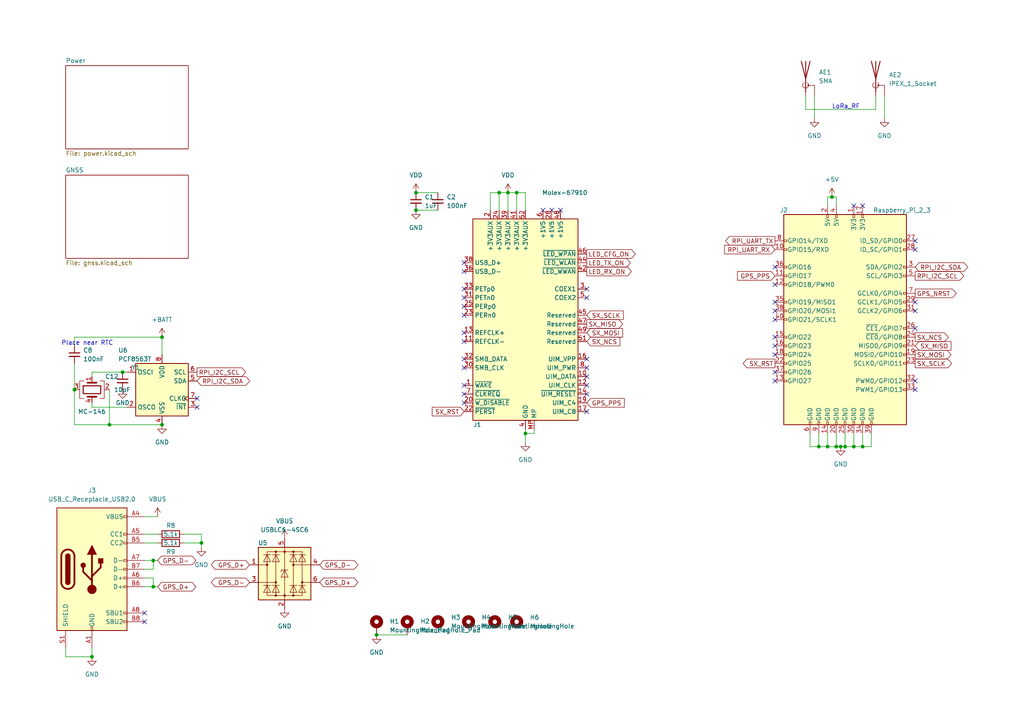
<source format=kicad_sch>
(kicad_sch (version 20230121) (generator eeschema)
  (paper "A4")
  (lib_symbols
    (symbol "Connector:Bus_PCI_Express_Mini"
      (property "Reference" "J" (at -16.51 31.75 0))
      (property "Value" "Bus_PCI_Express_Mini" (at 22.86 31.75 0))
      (symbol "Bus_PCI_Express_Mini_0_1"
        (rectangle (start -15.24 30.48) (end 15.24 -27.94) (stroke (width 0.254)) (fill (type background)))
      )
      (symbol "Bus_PCI_Express_Mini_1_1"
        (pin open_collector line (at -17.78 -17.78 0) (length 2.54) (name "~{WAKE}") (number "1"))
        (pin bidirectional line (at 17.78 -15.24 180) (length 2.54) (name "UIM_DATA") (number "10"))
        (pin input line (at -17.78 -5.08 0) (length 2.54) (name "REFCLK-") (number "11"))
        (pin output line (at 17.78 -17.78 180) (length 2.54) (name "UIM_CLK") (number "12"))
        (pin input line (at -17.78 -2.54 0) (length 2.54) (name "REFCLK+") (number "13"))
        (pin output line (at 17.78 -20.32 180) (length 2.54) (name "~{UIM_RESET}") (number "14"))
        (pin passive line (at 0 -30.48 90) (length 2.54) hide (name "GND") (number "15"))
        (pin power_out line (at 17.78 -10.16 180) (length 2.54) (name "UIM_VPP") (number "16"))
        (pin passive line (at 17.78 -25.4 180) (length 2.54) (name "UIM_C8") (number "17"))
        (pin passive line (at 0 -30.48 90) (length 2.54) hide (name "GND") (number "18"))
        (pin passive line (at 17.78 -22.86 180) (length 2.54) (name "UIM_C4") (number "19"))
        (pin power_in line (at -10.16 33.02 270) (length 2.54) (name "+3V3AUX") (number "2"))
        (pin input line (at -17.78 -22.86 0) (length 2.54) (name "~{W_DISABLE}") (number "20"))
        (pin passive line (at 0 -30.48 90) (length 2.54) hide (name "GND") (number "21"))
        (pin input line (at -17.78 -25.4 0) (length 2.54) (name "~{PERST}") (number "22"))
        (pin output line (at -17.78 2.54 0) (length 2.54) (name "PERn0") (number "23"))
        (pin power_in line (at -7.62 33.02 270) (length 2.54) (name "+3V3AUX") (number "24"))
        (pin output line (at -17.78 5.08 0) (length 2.54) (name "PERp0") (number "25"))
        (pin passive line (at 0 -30.48 90) (length 2.54) hide (name "GND") (number "26"))
        (pin passive line (at 0 -30.48 90) (length 2.54) hide (name "GND") (number "27"))
        (pin power_in line (at 7.62 33.02 270) (length 2.54) (name "+1V5") (number "28"))
        (pin passive line (at 0 -30.48 90) (length 2.54) hide (name "GND") (number "29"))
        (pin passive line (at 17.78 10.16 180) (length 2.54) (name "COEX1") (number "3"))
        (pin input line (at -17.78 -12.7 0) (length 2.54) (name "SMB_CLK") (number "30"))
        (pin input line (at -17.78 7.62 0) (length 2.54) (name "PETn0") (number "31"))
        (pin bidirectional line (at -17.78 -10.16 0) (length 2.54) (name "SMB_DATA") (number "32"))
        (pin input line (at -17.78 10.16 0) (length 2.54) (name "PETp0") (number "33"))
        (pin passive line (at 0 -30.48 90) (length 2.54) hide (name "GND") (number "34"))
        (pin passive line (at 0 -30.48 90) (length 2.54) hide (name "GND") (number "35"))
        (pin bidirectional line (at -17.78 15.24 0) (length 2.54) (name "USB_D-") (number "36"))
        (pin passive line (at 0 -30.48 90) (length 2.54) hide (name "GND") (number "37"))
        (pin bidirectional line (at -17.78 17.78 0) (length 2.54) (name "USB_D+") (number "38"))
        (pin power_in line (at -5.08 33.02 270) (length 2.54) (name "+3V3AUX") (number "39"))
        (pin power_in line (at 0 -30.48 90) (length 2.54) (name "GND") (number "4"))
        (pin passive line (at 0 -30.48 90) (length 2.54) hide (name "GND") (number "40"))
        (pin power_in line (at -2.54 33.02 270) (length 2.54) (name "+3V3AUX") (number "41"))
        (pin open_collector line (at 17.78 15.24 180) (length 2.54) (name "~{LED_WWAN}") (number "42"))
        (pin passive line (at 0 -30.48 90) (length 2.54) hide (name "GND") (number "43"))
        (pin open_collector line (at 17.78 17.78 180) (length 2.54) (name "~{LED_WLAN}") (number "44"))
        (pin passive line (at 17.78 2.54 180) (length 2.54) (name "Reserved") (number "45"))
        (pin open_collector line (at 17.78 20.32 180) (length 2.54) (name "~{LED_WPAN}") (number "46"))
        (pin passive line (at 17.78 0 180) (length 2.54) (name "Reserved") (number "47"))
        (pin power_in line (at 10.16 33.02 270) (length 2.54) (name "+1V5") (number "48"))
        (pin passive line (at 17.78 -2.54 180) (length 2.54) (name "Reserved") (number "49"))
        (pin passive line (at 17.78 7.62 180) (length 2.54) (name "COEX2") (number "5"))
        (pin passive line (at 0 -30.48 90) (length 2.54) hide (name "GND") (number "50"))
        (pin passive line (at 17.78 -5.08 180) (length 2.54) (name "Reserved") (number "51"))
        (pin power_in line (at 0 33.02 270) (length 2.54) (name "+3V3AUX") (number "52"))
        (pin power_in line (at 5.08 33.02 270) (length 2.54) (name "+1V5") (number "6"))
        (pin open_collector line (at -17.78 -20.32 0) (length 2.54) (name "~{CLKREQ}") (number "7"))
        (pin power_out line (at 17.78 -12.7 180) (length 2.54) (name "UIM_PWR") (number "8"))
        (pin passive line (at 0 -30.48 90) (length 2.54) hide (name "GND") (number "9"))
        (pin passive line (at 2.54 -30.48 90) (length 2.54) (name "MP") (number "MP"))
      )
    )
    (symbol "Connector:Raspberry_Pi_2_3" (pin_names (offset 1.016))
      (property "Reference" "J" (at -17.78 31.75 0))
      (property "Value" "Raspberry_Pi_2_3" (at 10.16 -31.75 0))
      (symbol "Raspberry_Pi_2_3_0_1"
        (rectangle (start -17.78 30.48) (end 17.78 -30.48) (stroke (width 0.254)) (fill (type background)))
      )
      (symbol "Raspberry_Pi_2_3_1_1"
        (rectangle (start -16.891 -17.526) (end -17.78 -18.034))
        (rectangle (start -16.891 -14.986) (end -17.78 -15.494))
        (rectangle (start -16.891 -12.446) (end -17.78 -12.954))
        (rectangle (start -16.891 -9.906) (end -17.78 -10.414))
        (rectangle (start -16.891 -7.366) (end -17.78 -7.874))
        (rectangle (start -16.891 -4.826) (end -17.78 -5.334))
        (rectangle (start -16.891 0.254) (end -17.78 -0.254))
        (rectangle (start -16.891 2.794) (end -17.78 2.286))
        (rectangle (start -16.891 5.334) (end -17.78 4.826))
        (rectangle (start -16.891 10.414) (end -17.78 9.906))
        (rectangle (start -16.891 12.954) (end -17.78 12.446))
        (rectangle (start -16.891 15.494) (end -17.78 14.986))
        (rectangle (start -16.891 20.574) (end -17.78 20.066))
        (rectangle (start -16.891 23.114) (end -17.78 22.606))
        (rectangle (start -10.414 -29.591) (end -9.906 -30.48))
        (rectangle (start -7.874 -29.591) (end -7.366 -30.48))
        (rectangle (start -5.334 -29.591) (end -4.826 -30.48))
        (rectangle (start -5.334 30.48) (end -4.826 29.591))
        (rectangle (start -2.794 -29.591) (end -2.286 -30.48))
        (rectangle (start -2.794 30.48) (end -2.286 29.591))
        (rectangle (start -0.254 -29.591) (end 0.254 -30.48))
        (rectangle (start 2.286 -29.591) (end 2.794 -30.48))
        (rectangle (start 2.286 30.48) (end 2.794 29.591))
        (rectangle (start 4.826 -29.591) (end 5.334 -30.48))
        (rectangle (start 4.826 30.48) (end 5.334 29.591))
        (rectangle (start 7.366 -29.591) (end 7.874 -30.48))
        (rectangle (start 17.78 -20.066) (end 16.891 -20.574))
        (rectangle (start 17.78 -17.526) (end 16.891 -18.034))
        (rectangle (start 17.78 -12.446) (end 16.891 -12.954))
        (rectangle (start 17.78 -9.906) (end 16.891 -10.414))
        (rectangle (start 17.78 -7.366) (end 16.891 -7.874))
        (rectangle (start 17.78 -4.826) (end 16.891 -5.334))
        (rectangle (start 17.78 -2.286) (end 16.891 -2.794))
        (rectangle (start 17.78 2.794) (end 16.891 2.286))
        (rectangle (start 17.78 5.334) (end 16.891 4.826))
        (rectangle (start 17.78 7.874) (end 16.891 7.366))
        (rectangle (start 17.78 12.954) (end 16.891 12.446))
        (rectangle (start 17.78 15.494) (end 16.891 14.986))
        (rectangle (start 17.78 20.574) (end 16.891 20.066))
        (rectangle (start 17.78 23.114) (end 16.891 22.606))
        (pin power_in line (at 2.54 33.02 270) (length 2.54) (name "3V3") (number "1"))
        (pin bidirectional line (at -20.32 20.32 0) (length 2.54) (name "GPIO15/RXD") (number "10"))
        (pin bidirectional line (at -20.32 12.7 0) (length 2.54) (name "GPIO17") (number "11"))
        (pin bidirectional line (at -20.32 10.16 0) (length 2.54) (name "GPIO18/PWM0") (number "12"))
        (pin bidirectional line (at -20.32 -17.78 0) (length 2.54) (name "GPIO27") (number "13"))
        (pin power_in line (at -5.08 -33.02 90) (length 2.54) (name "GND") (number "14"))
        (pin bidirectional line (at -20.32 -5.08 0) (length 2.54) (name "GPIO22") (number "15"))
        (pin bidirectional line (at -20.32 -7.62 0) (length 2.54) (name "GPIO23") (number "16"))
        (pin power_in line (at 5.08 33.02 270) (length 2.54) (name "3V3") (number "17"))
        (pin bidirectional line (at -20.32 -10.16 0) (length 2.54) (name "GPIO24") (number "18"))
        (pin bidirectional line (at 20.32 -10.16 180) (length 2.54) (name "MOSI0/GPIO10") (number "19"))
        (pin power_in line (at -5.08 33.02 270) (length 2.54) (name "5V") (number "2"))
        (pin power_in line (at -2.54 -33.02 90) (length 2.54) (name "GND") (number "20"))
        (pin bidirectional line (at 20.32 -7.62 180) (length 2.54) (name "MISO0/GPIO9") (number "21"))
        (pin bidirectional line (at -20.32 -12.7 0) (length 2.54) (name "GPIO25") (number "22"))
        (pin bidirectional line (at 20.32 -12.7 180) (length 2.54) (name "SCLK0/GPIO11") (number "23"))
        (pin bidirectional line (at 20.32 -5.08 180) (length 2.54) (name "~{CE0}/GPIO8") (number "24"))
        (pin power_in line (at 0 -33.02 90) (length 2.54) (name "GND") (number "25"))
        (pin bidirectional line (at 20.32 -2.54 180) (length 2.54) (name "~{CE1}/GPIO7") (number "26"))
        (pin bidirectional line (at 20.32 22.86 180) (length 2.54) (name "ID_SD/GPIO0") (number "27"))
        (pin bidirectional line (at 20.32 20.32 180) (length 2.54) (name "ID_SC/GPIO1") (number "28"))
        (pin bidirectional line (at 20.32 5.08 180) (length 2.54) (name "GCLK1/GPIO5") (number "29"))
        (pin bidirectional line (at 20.32 15.24 180) (length 2.54) (name "SDA/GPIO2") (number "3"))
        (pin power_in line (at 2.54 -33.02 90) (length 2.54) (name "GND") (number "30"))
        (pin bidirectional line (at 20.32 2.54 180) (length 2.54) (name "GCLK2/GPIO6") (number "31"))
        (pin bidirectional line (at 20.32 -17.78 180) (length 2.54) (name "PWM0/GPIO12") (number "32"))
        (pin bidirectional line (at 20.32 -20.32 180) (length 2.54) (name "PWM1/GPIO13") (number "33"))
        (pin power_in line (at 5.08 -33.02 90) (length 2.54) (name "GND") (number "34"))
        (pin bidirectional line (at -20.32 5.08 0) (length 2.54) (name "GPIO19/MISO1") (number "35"))
        (pin bidirectional line (at -20.32 15.24 0) (length 2.54) (name "GPIO16") (number "36"))
        (pin bidirectional line (at -20.32 -15.24 0) (length 2.54) (name "GPIO26") (number "37"))
        (pin bidirectional line (at -20.32 2.54 0) (length 2.54) (name "GPIO20/MOSI1") (number "38"))
        (pin power_in line (at 7.62 -33.02 90) (length 2.54) (name "GND") (number "39"))
        (pin power_in line (at -2.54 33.02 270) (length 2.54) (name "5V") (number "4"))
        (pin bidirectional line (at -20.32 0 0) (length 2.54) (name "GPIO21/SCLK1") (number "40"))
        (pin bidirectional line (at 20.32 12.7 180) (length 2.54) (name "SCL/GPIO3") (number "5"))
        (pin power_in line (at -10.16 -33.02 90) (length 2.54) (name "GND") (number "6"))
        (pin bidirectional line (at 20.32 7.62 180) (length 2.54) (name "GCLK0/GPIO4") (number "7"))
        (pin bidirectional line (at -20.32 22.86 0) (length 2.54) (name "GPIO14/TXD") (number "8"))
        (pin power_in line (at -7.62 -33.02 90) (length 2.54) (name "GND") (number "9"))
      )
    )
    (symbol "Connector:USB_C_Receptacle_USB2.0" (pin_names (offset 1.016))
      (property "Reference" "J" (at -10.16 19.05 0))
      (property "Value" "USB_C_Receptacle_USB2.0" (at 19.05 19.05 0))
      (symbol "USB_C_Receptacle_USB2.0_0_0"
        (rectangle (start -0.254 -17.78) (end 0.254 -16.764))
        (rectangle (start 10.16 -14.986) (end 9.144 -15.494))
        (rectangle (start 10.16 -12.446) (end 9.144 -12.954))
        (rectangle (start 10.16 -4.826) (end 9.144 -5.334))
        (rectangle (start 10.16 -2.286) (end 9.144 -2.794))
        (rectangle (start 10.16 0.254) (end 9.144 -0.254))
        (rectangle (start 10.16 2.794) (end 9.144 2.286))
        (rectangle (start 10.16 7.874) (end 9.144 7.366))
        (rectangle (start 10.16 10.414) (end 9.144 9.906))
        (rectangle (start 10.16 15.494) (end 9.144 14.986))
      )
      (symbol "USB_C_Receptacle_USB2.0_0_1"
        (rectangle (start -10.16 17.78) (end 10.16 -17.78) (stroke (width 0.254)) (fill (type background)))
        (arc (start -8.89 -3.81) (mid -6.985 -5.7067) (end -5.08 -3.81) (stroke (width 0.508)))
        (arc (start -7.62 -3.81) (mid -6.985 -4.4423) (end -6.35 -3.81) (stroke (width 0.254)))
        (arc (start -7.62 -3.81) (mid -6.985 -4.4423) (end -6.35 -3.81) (stroke (width 0.254)) (fill (type outline)))
        (rectangle (start -7.62 -3.81) (end -6.35 3.81) (stroke (width 0.254)) (fill (type outline)))
        (arc (start -6.35 3.81) (mid -6.985 4.4423) (end -7.62 3.81) (stroke (width 0.254)))
        (arc (start -6.35 3.81) (mid -6.985 4.4423) (end -7.62 3.81) (stroke (width 0.254)) (fill (type outline)))
        (arc (start -5.08 3.81) (mid -6.985 5.7067) (end -8.89 3.81) (stroke (width 0.508)))
        (circle (center -2.54 1.143) (radius 0.635) (stroke (width 0.254)) (fill (type outline)))
        (circle (center 0 -5.842) (radius 1.27) (fill (type outline)))
        (polyline (pts (xy -8.89 -3.81) (xy -8.89 3.81)) (stroke (width 0.508)))
        (polyline (pts (xy -5.08 3.81) (xy -5.08 -3.81)) (stroke (width 0.508)))
        (polyline (pts (xy 0 -5.842) (xy 0 4.318)) (stroke (width 0.508)))
        (polyline (pts (xy 0 -3.302) (xy -2.54 -0.762) (xy -2.54 0.508)) (stroke (width 0.508)))
        (polyline (pts (xy 0 -2.032) (xy 2.54 0.508) (xy 2.54 1.778)) (stroke (width 0.508)))
        (polyline (pts (xy -1.27 4.318) (xy 0 6.858) (xy 1.27 4.318) (xy -1.27 4.318)) (stroke (width 0.254)) (fill (type outline)))
        (rectangle (start 1.905 1.778) (end 3.175 3.048) (stroke (width 0.254)) (fill (type outline)))
      )
      (symbol "USB_C_Receptacle_USB2.0_1_1"
        (pin passive line (at 0 -22.86 90) (length 5.08) (name "GND") (number "A1"))
        (pin passive line (at 0 -22.86 90) (length 5.08) hide (name "GND") (number "A12"))
        (pin passive line (at 15.24 15.24 180) (length 5.08) (name "VBUS") (number "A4"))
        (pin bidirectional line (at 15.24 10.16 180) (length 5.08) (name "CC1") (number "A5"))
        (pin bidirectional line (at 15.24 -2.54 180) (length 5.08) (name "D+") (number "A6"))
        (pin bidirectional line (at 15.24 2.54 180) (length 5.08) (name "D-") (number "A7"))
        (pin bidirectional line (at 15.24 -12.7 180) (length 5.08) (name "SBU1") (number "A8"))
        (pin passive line (at 15.24 15.24 180) (length 5.08) hide (name "VBUS") (number "A9"))
        (pin passive line (at 0 -22.86 90) (length 5.08) hide (name "GND") (number "B1"))
        (pin passive line (at 0 -22.86 90) (length 5.08) hide (name "GND") (number "B12"))
        (pin passive line (at 15.24 15.24 180) (length 5.08) hide (name "VBUS") (number "B4"))
        (pin bidirectional line (at 15.24 7.62 180) (length 5.08) (name "CC2") (number "B5"))
        (pin bidirectional line (at 15.24 -5.08 180) (length 5.08) (name "D+") (number "B6"))
        (pin bidirectional line (at 15.24 0 180) (length 5.08) (name "D-") (number "B7"))
        (pin bidirectional line (at 15.24 -15.24 180) (length 5.08) (name "SBU2") (number "B8"))
        (pin passive line (at 15.24 15.24 180) (length 5.08) hide (name "VBUS") (number "B9"))
        (pin passive line (at -7.62 -22.86 90) (length 5.08) (name "SHIELD") (number "S1"))
      )
    )
    (symbol "Device:Antenna_Shield" (pin_numbers hide) (pin_names (offset 1.016) hide)
      (property "Reference" "AE" (at -1.905 4.445 0))
      (property "Value" "Antenna_Shield" (at -1.905 2.54 0))
      (symbol "Antenna_Shield_0_1"
        (arc (start -0.508 -1.143) (mid -0.8429 -2.1194) (end 0 -2.667))
        (arc (start 0 -2.667) (mid 0.7989 -2.1052) (end 0.508 -1.143))
        (polyline (pts (xy 0 -2.54) (xy 0 0)))
        (polyline (pts (xy 0 5.08) (xy 0 -3.81)) (stroke (width 0.254)))
        (polyline (pts (xy 0.762 -1.905) (xy 2.54 -1.905)))
        (polyline (pts (xy 2.54 -2.54) (xy 2.54 -1.905)))
        (polyline (pts (xy 1.27 5.08) (xy 0 0) (xy -1.27 5.08)) (stroke (width 0.254)))
        (circle (center 0.762 -1.905) (radius 0.1778) (fill (type outline)))
      )
      (symbol "Antenna_Shield_1_1"
        (pin input line (at 0 -5.08 90) (length 2.54) (name "A") (number "1"))
        (pin input line (at 2.54 -5.08 90) (length 2.54) (name "Shield") (number "2"))
      )
    )
    (symbol "Device:C_Small" (pin_numbers hide) (pin_names (offset 0.254) hide)
      (property "Reference" "C" (at 0.254 1.778 0))
      (property "Value" "C_Small" (at 0.254 -2.032 0))
      (symbol "C_Small_0_1"
        (polyline (pts (xy -1.524 -0.508) (xy 1.524 -0.508)) (stroke (width 0.3302)))
        (polyline (pts (xy -1.524 0.508) (xy 1.524 0.508)) (stroke (width 0.3048)))
      )
      (symbol "C_Small_1_1"
        (pin passive line (at 0 2.54 270) (length 2.032) (name "~") (number "1"))
        (pin passive line (at 0 -2.54 90) (length 2.032) (name "~") (number "2"))
      )
    )
    (symbol "Device:Crystal_GND23" (pin_names (offset 1.016) hide)
      (property "Reference" "Y" (at 3.175 5.08 0))
      (property "Value" "Crystal_GND23" (at 3.175 3.175 0))
      (symbol "Crystal_GND23_0_1"
        (rectangle (start -1.143 2.54) (end 1.143 -2.54) (stroke (width 0.3048)))
        (polyline (pts (xy -2.54 0) (xy -2.032 0)))
        (polyline (pts (xy -2.032 -1.27) (xy -2.032 1.27)) (stroke (width 0.508)))
        (polyline (pts (xy 0 -3.81) (xy 0 -3.556)))
        (polyline (pts (xy 0 3.556) (xy 0 3.81)))
        (polyline (pts (xy 2.032 -1.27) (xy 2.032 1.27)) (stroke (width 0.508)))
        (polyline (pts (xy 2.032 0) (xy 2.54 0)))
        (polyline (pts (xy -2.54 -2.286) (xy -2.54 -3.556) (xy 2.54 -3.556) (xy 2.54 -2.286)))
        (polyline (pts (xy -2.54 2.286) (xy -2.54 3.556) (xy 2.54 3.556) (xy 2.54 2.286)))
      )
      (symbol "Crystal_GND23_1_1"
        (pin passive line (at -3.81 0 0) (length 1.27) (name "1") (number "1"))
        (pin passive line (at 0 5.08 270) (length 1.27) (name "2") (number "2"))
        (pin passive line (at 0 -5.08 90) (length 1.27) (name "3") (number "3"))
        (pin passive line (at 3.81 0 180) (length 1.27) (name "4") (number "4"))
      )
    )
    (symbol "Device:R" (pin_numbers hide) (pin_names (offset 0))
      (property "Reference" "R" (at 2.032 0 90))
      (property "Value" "R" (at 0 0 90))
      (symbol "R_0_1"
        (rectangle (start -1.016 -2.54) (end 1.016 2.54) (stroke (width 0.254)))
      )
      (symbol "R_1_1"
        (pin passive line (at 0 3.81 270) (length 1.27) (name "~") (number "1"))
        (pin passive line (at 0 -3.81 90) (length 1.27) (name "~") (number "2"))
      )
    )
    (symbol "Mechanical:MountingHole" (pin_names (offset 1.016))
      (property "Reference" "H" (at 0 5.08 0))
      (property "Value" "MountingHole" (at 0 3.175 0))
      (symbol "MountingHole_0_1"
        (circle (center 0 0) (radius 1.27) (stroke (width 1.27)))
      )
    )
    (symbol "Mechanical:MountingHole_Pad" (pin_numbers hide) (pin_names (offset 1.016) hide)
      (property "Reference" "H" (at 0 6.35 0))
      (property "Value" "MountingHole_Pad" (at 0 4.445 0))
      (symbol "MountingHole_Pad_0_1"
        (circle (center 0 1.27) (radius 1.27) (stroke (width 1.27)))
      )
      (symbol "MountingHole_Pad_1_1"
        (pin input line (at 0 -2.54 90) (length 2.54) (name "1") (number "1"))
      )
    )
    (symbol "Power_Protection:USBLC6-4SC6" (pin_names hide)
      (property "Reference" "U" (at 2.54 8.89 0))
      (property "Value" "USBLC6-4SC6" (at 2.54 -8.89 0))
      (symbol "USBLC6-4SC6_0_1"
        (rectangle (start -7.62 -7.62) (end 7.62 7.62) (stroke (width 0.254)) (fill (type background)))
        (circle (center -5.08 2.54) (radius 0.254) (fill (type outline)))
        (circle (center -2.54 -6.35) (radius 0.254) (fill (type outline)))
        (circle (center -2.54 -2.54) (radius 0.254) (fill (type outline)))
        (circle (center -2.54 6.35) (radius 0.254) (fill (type outline)))
        (rectangle (start -2.54 6.35) (end 2.54 -6.35))
        (circle (center 0 -6.35) (radius 0.254) (fill (type outline)))
        (polyline (pts (xy -5.08 2.54) (xy -7.62 2.54)))
        (polyline (pts (xy -4.064 -3.429) (xy -6.096 -3.429)))
        (polyline (pts (xy -4.064 5.461) (xy -6.096 5.461)))
        (polyline (pts (xy -2.54 -2.54) (xy -7.62 -2.54)))
        (polyline (pts (xy -1.524 -3.429) (xy -3.556 -3.429)))
        (polyline (pts (xy -1.524 5.461) (xy -3.556 5.461)))
        (polyline (pts (xy 0 -7.62) (xy 0 -6.35)))
        (polyline (pts (xy 0 -6.35) (xy 0 1.27)))
        (polyline (pts (xy 0 1.27) (xy 0 6.35)))
        (polyline (pts (xy 0 6.35) (xy 0 7.62)))
        (polyline (pts (xy 1.524 -3.429) (xy 3.556 -3.429)))
        (polyline (pts (xy 1.524 5.461) (xy 3.556 5.461)))
        (polyline (pts (xy 2.54 2.54) (xy 7.62 2.54)))
        (polyline (pts (xy 4.064 -3.429) (xy 6.096 -3.429)))
        (polyline (pts (xy 4.064 5.461) (xy 6.096 5.461)))
        (polyline (pts (xy 5.08 -2.54) (xy 7.62 -2.54)))
        (polyline (pts (xy -6.096 -5.461) (xy -4.064 -5.461) (xy -5.08 -3.429) (xy -6.096 -5.461)))
        (polyline (pts (xy -6.096 3.429) (xy -4.064 3.429) (xy -5.08 5.461) (xy -6.096 3.429)))
        (polyline (pts (xy -3.556 -5.461) (xy -1.524 -5.461) (xy -2.54 -3.429) (xy -3.556 -5.461)))
        (polyline (pts (xy -3.556 3.429) (xy -1.524 3.429) (xy -2.54 5.461) (xy -3.556 3.429)))
        (polyline (pts (xy -2.54 6.35) (xy -5.08 6.35) (xy -5.08 -6.35) (xy -2.54 -6.35)))
        (polyline (pts (xy -1.016 -1.016) (xy 1.016 -1.016) (xy 0 1.016) (xy -1.016 -1.016)))
        (polyline (pts (xy 1.016 1.016) (xy 0.762 1.016) (xy -1.016 1.016) (xy -1.016 0.508)))
        (polyline (pts (xy 2.54 6.35) (xy 5.08 6.35) (xy 5.08 -6.35) (xy 2.54 -6.35)))
        (polyline (pts (xy 3.556 -5.461) (xy 1.524 -5.461) (xy 2.54 -3.429) (xy 3.556 -5.461)))
        (polyline (pts (xy 3.556 3.429) (xy 1.524 3.429) (xy 2.54 5.461) (xy 3.556 3.429)))
        (polyline (pts (xy 6.096 -5.461) (xy 4.064 -5.461) (xy 5.08 -3.429) (xy 6.096 -5.461)))
        (polyline (pts (xy 6.096 3.429) (xy 4.064 3.429) (xy 5.08 5.461) (xy 6.096 3.429)))
        (circle (center 0 6.35) (radius 0.254) (fill (type outline)))
        (circle (center 2.54 -6.35) (radius 0.254) (fill (type outline)))
        (circle (center 2.54 2.54) (radius 0.254) (fill (type outline)))
        (circle (center 2.54 6.35) (radius 0.254) (fill (type outline)))
        (circle (center 5.08 -2.54) (radius 0.254) (fill (type outline)))
      )
      (symbol "USBLC6-4SC6_1_1"
        (pin passive line (at -10.16 2.54 0) (length 2.54) (name "I/O1") (number "1"))
        (pin passive line (at 0 -10.16 90) (length 2.54) (name "GND") (number "2"))
        (pin passive line (at -10.16 -2.54 0) (length 2.54) (name "I/O2") (number "3"))
        (pin passive line (at 10.16 2.54 180) (length 2.54) (name "I/O3") (number "4"))
        (pin passive line (at 0 10.16 270) (length 2.54) (name "VBUS") (number "5"))
        (pin passive line (at 10.16 -2.54 180) (length 2.54) (name "I/O4") (number "6"))
      )
    )
    (symbol "Timer_RTC:PCF8563T"
      (property "Reference" "U" (at -7.62 8.89 0))
      (property "Value" "PCF8563T" (at 2.54 8.89 0))
      (symbol "PCF8563T_0_1"
        (rectangle (start -7.62 7.62) (end 7.62 -7.62) (stroke (width 0.254)) (fill (type background)))
      )
      (symbol "PCF8563T_1_1"
        (pin input line (at -10.16 5.08 0) (length 2.54) (name "OSCI") (number "1"))
        (pin output line (at -10.16 -5.08 0) (length 2.54) (name "OSCO") (number "2"))
        (pin output line (at 10.16 -5.08 180) (length 2.54) (name "~{INT}") (number "3"))
        (pin power_in line (at 0 -10.16 90) (length 2.54) (name "VSS") (number "4"))
        (pin bidirectional line (at 10.16 2.54 180) (length 2.54) (name "SDA") (number "5"))
        (pin input line (at 10.16 5.08 180) (length 2.54) (name "SCL") (number "6"))
        (pin output clock (at 10.16 -2.54 180) (length 2.54) (name "CLKO") (number "7"))
        (pin power_in line (at 0 10.16 270) (length 2.54) (name "VDD") (number "8"))
      )
    )
    (symbol "power:+5V" (power) (pin_names (offset 0))
      (property "Value" "+5V" (at 0 3.556 0))
      (symbol "+5V_0_1"
        (polyline (pts (xy -0.762 1.27) (xy 0 2.54)))
        (polyline (pts (xy 0 0) (xy 0 2.54)))
        (polyline (pts (xy 0 2.54) (xy 0.762 1.27)))
      )
      (symbol "+5V_1_1"
        (pin power_in line (at 0 0 90) (length 0) hide (name "+5V") (number "1"))
      )
    )
    (symbol "power:+BATT" (power) (pin_names (offset 0))
      (property "Value" "+BATT" (at 0 3.556 0))
      (symbol "+BATT_0_1"
        (polyline (pts (xy -0.762 1.27) (xy 0 2.54)))
        (polyline (pts (xy 0 0) (xy 0 2.54)))
        (polyline (pts (xy 0 2.54) (xy 0.762 1.27)))
      )
      (symbol "+BATT_1_1"
        (pin power_in line (at 0 0 90) (length 0) hide (name "+BATT") (number "1"))
      )
    )
    (symbol "power:GND" (power) (pin_names (offset 0))
      (property "Value" "GND" (at 0 -3.81 0))
      (symbol "GND_0_1"
        (polyline (pts (xy 0 0) (xy 0 -1.27) (xy 1.27 -1.27) (xy 0 -2.54) (xy -1.27 -1.27) (xy 0 -1.27)))
      )
      (symbol "GND_1_1"
        (pin power_in line (at 0 0 270) (length 0) hide (name "GND") (number "1"))
      )
    )
    (symbol "power:VBUS" (power) (pin_names (offset 0))
      (property "Value" "VBUS" (at 0 3.81 0))
      (symbol "VBUS_0_1"
        (polyline (pts (xy -0.762 1.27) (xy 0 2.54)))
        (polyline (pts (xy 0 0) (xy 0 2.54)))
        (polyline (pts (xy 0 2.54) (xy 0.762 1.27)))
      )
      (symbol "VBUS_1_1"
        (pin power_in line (at 0 0 90) (length 0) hide (name "VBUS") (number "1"))
      )
    )
    (symbol "power:VDD" (power) (pin_names (offset 0))
      (property "Value" "VDD" (at 0 3.81 0))
      (symbol "VDD_0_1"
        (polyline (pts (xy -0.762 1.27) (xy 0 2.54)))
        (polyline (pts (xy 0 0) (xy 0 2.54)))
        (polyline (pts (xy 0 2.54) (xy 0.762 1.27)))
      )
      (symbol "VDD_1_1"
        (pin power_in line (at 0 0 90) (length 0) hide (name "VDD") (number "1"))
      )
    )
  )
  (junction (at 120.65 55.88) (diameter 0.9144))
  (junction (at 21.59 113.03))
  (junction (at 46.99 97.79))
  (junction (at 44.45 162.56))
  (junction (at 44.45 170.18))
  (junction (at 31.75 123.19))
  (junction (at 242.57 129.54) (diameter 0.9144))
  (junction (at 245.11 129.54) (diameter 0.9144))
  (junction (at 243.84 129.54) (diameter 0.9144))
  (junction (at 46.99 123.19))
  (junction (at 237.49 129.54) (diameter 0.9144))
  (junction (at 240.03 129.54) (diameter 0.9144))
  (junction (at 241.3 57.15) (diameter 0.9144))
  (junction (at 26.67 190.5))
  (junction (at 152.4 125.73) (diameter 0.9144))
  (junction (at 147.32 55.88) (diameter 0.9144))
  (junction (at 250.19 129.54) (diameter 0.9144))
  (junction (at 120.65 60.96) (diameter 0.9144))
  (junction (at 58.42 157.48))
  (junction (at 109.22 184.15) (diameter 0.9144))
  (junction (at 144.78 55.88) (diameter 0.9144))
  (junction (at 35.56 107.95))
  (junction (at 247.65 129.54) (diameter 0.9144))
  (junction (at 149.86 55.88) (diameter 0.9144))
  (no_connect (at 265.43 69.85))
  (no_connect (at 224.79 107.95))
  (no_connect (at 170.18 83.82))
  (no_connect (at 170.18 86.36))
  (no_connect (at 224.79 97.79))
  (no_connect (at 265.43 110.49))
  (no_connect (at 265.43 90.17))
  (no_connect (at 265.43 72.39))
  (no_connect (at 224.79 90.17))
  (no_connect (at 224.79 77.47))
  (no_connect (at 247.65 59.69))
  (no_connect (at 250.19 59.69))
  (no_connect (at 41.91 177.8))
  (no_connect (at 224.79 110.49))
  (no_connect (at 57.15 115.57))
  (no_connect (at 224.79 92.71))
  (no_connect (at 265.43 87.63))
  (no_connect (at 224.79 100.33))
  (no_connect (at 134.62 96.52))
  (no_connect (at 134.62 99.06))
  (no_connect (at 224.79 82.55))
  (no_connect (at 265.43 95.25))
  (no_connect (at -307.34 81.28))
  (no_connect (at 224.79 87.63))
  (no_connect (at 57.15 118.11))
  (no_connect (at 134.62 76.2))
  (no_connect (at 134.62 78.74))
  (no_connect (at 134.62 83.82))
  (no_connect (at 134.62 86.36))
  (no_connect (at 134.62 88.9))
  (no_connect (at 134.62 91.44))
  (no_connect (at 134.62 104.14))
  (no_connect (at 134.62 106.68))
  (no_connect (at 134.62 111.76))
  (no_connect (at 134.62 114.3))
  (no_connect (at 134.62 116.84))
  (no_connect (at 170.18 104.14))
  (no_connect (at 170.18 106.68))
  (no_connect (at 170.18 109.22))
  (no_connect (at 170.18 111.76))
  (no_connect (at 170.18 114.3))
  (no_connect (at 170.18 119.38))
  (no_connect (at 41.91 180.34))
  (no_connect (at 224.79 102.87))
  (no_connect (at 157.48 60.96))
  (no_connect (at 160.02 60.96))
  (no_connect (at 162.56 60.96))
  (no_connect (at 265.43 113.03))
  (wire (pts (xy 240.03 125.73) (xy 240.03 129.54)))
  (wire (pts (xy 242.57 57.15) (xy 241.3 57.15)))
  (wire (pts (xy 242.57 59.69) (xy 242.57 57.15)))
  (wire (pts (xy 41.91 162.56) (xy 44.45 162.56)))
  (wire (pts (xy 35.56 107.95) (xy 36.83 107.95)))
  (wire (pts (xy 53.34 154.94) (xy 58.42 154.94)))
  (wire (pts (xy 109.22 184.15) (xy 118.11 184.15)))
  (wire (pts (xy 120.65 55.88) (xy 127 55.88)))
  (wire (pts (xy 44.45 167.64) (xy 44.45 170.18)))
  (wire (pts (xy 144.78 55.88) (xy 144.78 60.96)))
  (wire (pts (xy 26.67 118.11) (xy 26.67 116.84)))
  (wire (pts (xy 237.49 125.73) (xy 237.49 129.54)))
  (wire (pts (xy 147.32 55.88) (xy 147.32 60.96)))
  (wire (pts (xy 242.57 125.73) (xy 242.57 129.54)))
  (wire (pts (xy 26.67 109.22) (xy 26.67 107.95)))
  (wire (pts (xy 41.91 149.86) (xy 45.72 149.86)))
  (wire (pts (xy 36.83 118.11) (xy 26.67 118.11)))
  (wire (pts (xy 31.75 113.03) (xy 31.75 123.19)))
  (wire (pts (xy 26.67 187.96) (xy 26.67 190.5)))
  (wire (pts (xy 21.59 113.03) (xy 21.59 123.19)))
  (wire (pts (xy 58.42 154.94) (xy 58.42 157.48)))
  (wire (pts (xy 234.95 125.73) (xy 234.95 129.54)))
  (wire (pts (xy 234.95 129.54) (xy 237.49 129.54)))
  (wire (pts (xy 237.49 129.54) (xy 240.03 129.54)))
  (wire (pts (xy 240.03 129.54) (xy 242.57 129.54)))
  (wire (pts (xy 242.57 129.54) (xy 243.84 129.54)))
  (wire (pts (xy 243.84 129.54) (xy 245.11 129.54)))
  (wire (pts (xy 245.11 129.54) (xy 247.65 129.54)))
  (wire (pts (xy 247.65 129.54) (xy 250.19 129.54)))
  (wire (pts (xy 250.19 129.54) (xy 252.73 129.54)))
  (wire (pts (xy 252.73 129.54) (xy 252.73 125.73)))
  (wire (pts (xy 120.65 60.96) (xy 127 60.96)))
  (wire (pts (xy 256.54 27.94) (xy 256.54 34.29)))
  (wire (pts (xy 21.59 123.19) (xy 31.75 123.19)))
  (wire (pts (xy 44.45 170.18) (xy 41.91 170.18)))
  (wire (pts (xy 152.4 55.88) (xy 149.86 55.88)))
  (wire (pts (xy 152.4 60.96) (xy 152.4 55.88)))
  (wire (pts (xy 41.91 154.94) (xy 45.72 154.94)))
  (wire (pts (xy 41.91 165.1) (xy 44.45 165.1)))
  (wire (pts (xy 26.67 107.95) (xy 35.56 107.95)))
  (wire (pts (xy 19.05 187.96) (xy 19.05 190.5)))
  (wire (pts (xy 46.99 97.79) (xy 46.99 102.87)))
  (wire (pts (xy 236.22 27.94) (xy 236.22 34.29)))
  (wire (pts (xy 53.34 157.48) (xy 58.42 157.48)))
  (wire (pts (xy 58.42 157.48) (xy 58.42 158.75)))
  (wire (pts (xy 44.45 165.1) (xy 44.45 162.56)))
  (wire (pts (xy 19.05 190.5) (xy 26.67 190.5)))
  (wire (pts (xy 149.86 55.88) (xy 147.32 55.88)))
  (wire (pts (xy 149.86 60.96) (xy 149.86 55.88)))
  (wire (pts (xy 44.45 170.18) (xy 45.72 170.18)))
  (wire (pts (xy 240.03 57.15) (xy 241.3 57.15)))
  (wire (pts (xy 240.03 59.69) (xy 240.03 57.15)))
  (wire (pts (xy 233.68 27.94) (xy 233.68 31.75)))
  (wire (pts (xy 233.68 31.75) (xy 254 31.75)))
  (wire (pts (xy 254 31.75) (xy 254 27.94)))
  (wire (pts (xy 152.4 124.46) (xy 152.4 125.73)))
  (wire (pts (xy 152.4 125.73) (xy 152.4 128.27)))
  (wire (pts (xy 21.59 97.79) (xy 46.99 97.79)))
  (wire (pts (xy 41.91 157.48) (xy 45.72 157.48)))
  (wire (pts (xy 21.59 105.41) (xy 21.59 113.03)))
  (wire (pts (xy 250.19 125.73) (xy 250.19 129.54)))
  (wire (pts (xy 245.11 125.73) (xy 245.11 129.54)))
  (wire (pts (xy 154.94 124.46) (xy 154.94 125.73)))
  (wire (pts (xy 154.94 125.73) (xy 152.4 125.73)))
  (wire (pts (xy 21.59 100.33) (xy 21.59 97.79)))
  (wire (pts (xy 44.45 162.56) (xy 45.72 162.56)))
  (wire (pts (xy 142.24 55.88) (xy 144.78 55.88)))
  (wire (pts (xy 142.24 60.96) (xy 142.24 55.88)))
  (wire (pts (xy 144.78 55.88) (xy 147.32 55.88)))
  (wire (pts (xy 41.91 167.64) (xy 44.45 167.64)))
  (wire (pts (xy 31.75 123.19) (xy 46.99 123.19)))
  (wire (pts (xy 247.65 125.73) (xy 247.65 129.54)))
  (text "Place near RTC" (at 17.78 100.33 0) (effects (font (size 1.27 1.27)) (justify left bottom)))
  (text "LoRa_RF" (at 241.3 31.75 0) (effects (font (size 1.27 1.27)) (justify left bottom)))
  (global_label "RPI_I2C_SDA" (shape bidirectional) (at 57.15 110.49 0) (property "Intersheetrefs" "${INTERSHEET_REFS}" (effects hide)))
  (global_label "SX_MOSI" (shape input) (at 170.18 96.52 0) (property "Intersheetrefs" "${INTERSHEET_REFS}" (effects hide)))
  (global_label "SX_RST" (shape input) (at 134.62 119.38 180) (property "Intersheetrefs" "${INTERSHEET_REFS}" (effects hide)))
  (global_label "SX_SCLK" (shape output) (at 265.43 105.41 0) (property "Intersheetrefs" "${INTERSHEET_REFS}" (effects hide)))
  (global_label "SX_MOSI" (shape output) (at 265.43 102.87 0) (property "Intersheetrefs" "${INTERSHEET_REFS}" (effects hide)))
  (global_label "GPS_D-" (shape bidirectional) (at 92.71 163.83 0) (property "Intersheetrefs" "${INTERSHEET_REFS}" (effects hide)))
  (global_label "LED_TX_ON" (shape output) (at 170.18 76.2 0) (property "Intersheetrefs" "${INTERSHEET_REFS}" (effects hide)))
  (global_label "RPI_I2C_SDA" (shape bidirectional) (at 265.43 77.47 0) (property "Intersheetrefs" "${INTERSHEET_REFS}" (effects hide)))
  (global_label "GPS_D+" (shape bidirectional) (at 92.71 168.91 0) (property "Intersheetrefs" "${INTERSHEET_REFS}" (effects hide)))
  (global_label "GPS_D-" (shape bidirectional) (at 72.39 168.91 180) (property "Intersheetrefs" "${INTERSHEET_REFS}" (effects hide)))
  (global_label "GPS_NRST" (shape output) (at 265.43 85.09 0) (property "Intersheetrefs" "${INTERSHEET_REFS}" (effects hide)))
  (global_label "SX_NCS" (shape output) (at 265.43 97.79 0) (property "Intersheetrefs" "${INTERSHEET_REFS}" (effects hide)))
  (global_label "LED_RX_ON" (shape output) (at 170.18 78.74 0) (property "Intersheetrefs" "${INTERSHEET_REFS}" (effects hide)))
  (global_label "SX_RST" (shape output) (at 224.79 105.41 180) (property "Intersheetrefs" "${INTERSHEET_REFS}" (effects hide)))
  (global_label "GPS_PPS" (shape input) (at 170.18 116.84 0) (property "Intersheetrefs" "${INTERSHEET_REFS}" (effects hide)))
  (global_label "SX_SCLK" (shape input) (at 170.18 91.44 0) (property "Intersheetrefs" "${INTERSHEET_REFS}" (effects hide)))
  (global_label "RPI_UART_RX" (shape input) (at 224.79 72.39 180) (property "Intersheetrefs" "${INTERSHEET_REFS}" (effects hide)))
  (global_label "RPI_UART_TX" (shape output) (at 224.79 69.85 180) (property "Intersheetrefs" "${INTERSHEET_REFS}" (effects hide)))
  (global_label "GPS_D+" (shape bidirectional) (at 45.72 170.18 0) (property "Intersheetrefs" "${INTERSHEET_REFS}" (effects hide)))
  (global_label "LED_CFG_ON" (shape output) (at 170.18 73.66 0) (property "Intersheetrefs" "${INTERSHEET_REFS}" (effects hide)))
  (global_label "GPS_D-" (shape bidirectional) (at 45.72 162.56 0) (property "Intersheetrefs" "${INTERSHEET_REFS}" (effects hide)))
  (global_label "RPI_I2C_SCL" (shape output) (at 57.15 107.95 0) (property "Intersheetrefs" "${INTERSHEET_REFS}" (effects hide)))
  (global_label "SX_MISO" (shape output) (at 170.18 93.98 0) (property "Intersheetrefs" "${INTERSHEET_REFS}" (effects hide)))
  (global_label "SX_NCS" (shape input) (at 170.18 99.06 0) (property "Intersheetrefs" "${INTERSHEET_REFS}" (effects hide)))
  (global_label "GPS_D+" (shape bidirectional) (at 72.39 163.83 180) (property "Intersheetrefs" "${INTERSHEET_REFS}" (effects hide)))
  (global_label "GPS_PPS" (shape input) (at 224.79 80.01 180) (property "Intersheetrefs" "${INTERSHEET_REFS}" (effects hide)))
  (global_label "SX_MISO" (shape input) (at 265.43 100.33 0) (property "Intersheetrefs" "${INTERSHEET_REFS}" (effects hide)))
  (global_label "RPI_I2C_SCL" (shape output) (at 265.43 80.01 0) (property "Intersheetrefs" "${INTERSHEET_REFS}" (effects hide)))
  (symbol (lib_id "power:VBUS") (at 82.55 156.21 0) (unit 1)
    (property "Reference" "#PWR0137" (effects hide))
    (property "Value" "VBUS" (at 82.55 151.13 0))
  )
  (symbol (lib_id "Timer_RTC:PCF8563T") (at 46.99 113.03 0) (unit 1)
    (property "Reference" "U6" (at 34.29 101.6 0) (effects (justify left)))
    (property "Value" "PCF8563T" (at 34.29 104.14 0) (effects (justify left)))
    (property "Footprint" "Package_SO:SOIC-8_3.9x4.9mm_P1.27mm" (effects hide))
    (property "Datasheet" "https://www.nxp.com/docs/en/data-sheet/PCF8563.pdf" (effects hide))
  )
  (symbol (lib_id "power:GND") (at 236.22 34.29 0) (unit 1)
    (property "Reference" "#PWR0126" (effects hide))
    (property "Value" "GND" (at 236.22 39.37 0))
  )
  (symbol (lib_id "power:GND") (at 26.67 190.5 0) (unit 1)
    (property "Reference" "#PWR027" (effects hide))
    (property "Value" "GND" (at 26.67 195.58 0))
  )
  (symbol (lib_id "power:+5V") (at 241.3 57.15 0) (unit 1)
    (property "Reference" "#PWR0105" (effects hide))
    (property "Value" "+5V" (at 241.3 52.07 0))
  )
  (symbol (lib_id "Device:Antenna_Shield") (at 233.68 22.86 0) (unit 1)
    (property "Reference" "AE1" (at 237.49 20.955 0) (effects (justify left)))
    (property "Value" "SMA" (at 237.49 23.495 0) (effects (justify left)))
    (property "Footprint" "Connector_Coaxial:SMA_Samtec_SMA-J-P-X-ST-EM1_EdgeMount" (effects hide))
  )
  (symbol (lib_id "power:GND") (at 82.55 176.53 0) (unit 1)
    (property "Reference" "#PWR0136" (effects hide))
    (property "Value" "GND" (at 82.55 181.61 0))
  )
  (symbol (lib_id "power:+BATT") (at 46.99 97.79 0) (unit 1)
    (property "Reference" "#PWR09" (effects hide))
    (property "Value" "+BATT" (at 46.99 92.71 0))
  )
  (symbol (lib_id "power:GND") (at 120.65 60.96 0) (unit 1)
    (property "Reference" "#PWR0129" (effects hide))
    (property "Value" "GND" (at 120.65 66.04 0))
  )
  (symbol (lib_id "power:GND") (at 256.54 34.29 0) (unit 1)
    (property "Reference" "#PWR0125" (effects hide))
    (property "Value" "GND" (at 256.54 39.37 0))
  )
  (symbol (lib_id "power:GND") (at 58.42 158.75 0) (unit 1)
    (property "Reference" "#PWR036" (effects hide))
    (property "Value" "GND" (at 58.42 163.83 0))
  )
  (symbol (lib_id "Device:R") (at 49.53 154.94 90) (unit 1)
    (property "Reference" "R8" (at 49.53 152.4 90))
    (property "Value" "5.1k" (at 49.53 154.94 90))
    (property "Footprint" "Resistor_SMD:R_0603_1608Metric" (effects hide))
  )
  (symbol (lib_id "Connector:USB_C_Receptacle_USB2.0") (at 26.67 165.1 0) (unit 1)
    (property "Reference" "J3" (at 26.67 142.24 0))
    (property "Value" "USB_C_Receptacle_USB2.0" (at 26.67 144.78 0))
    (property "Footprint" "Connector_USB:USB_C_Receptacle_XKB_U262-16XN-4BVC11" (effects hide))
    (property "Datasheet" "https://www.usb.org/sites/default/files/documents/usb_type-c.zip" (effects hide))
  )
  (symbol (lib_id "power:GND") (at 152.4 128.27 0) (unit 1)
    (property "Reference" "#PWR0111" (effects hide))
    (property "Value" "GND" (at 152.4 133.35 0))
  )
  (symbol (lib_id "Device:Antenna_Shield") (at 254 22.86 0) (unit 1)
    (property "Reference" "AE2" (at 257.81 21.7169 0) (effects (justify left)))
    (property "Value" "IPEX_1_Socket" (at 257.81 24.2569 0) (effects (justify left)))
    (property "Footprint" "Connector_Coaxial:U.FL_Molex_MCRF_73412-0110_Vertical" (effects hide))
  )
  (symbol (lib_id "Device:C_Small") (at 120.65 58.42 0) (unit 1)
    (property "Reference" "C1" (at 123.19 57.1563 0) (effects (justify left)))
    (property "Value" "1uF" (at 123.19 59.6963 0) (effects (justify left)))
    (property "Footprint" "Capacitor_SMD:C_0603_1608Metric" (effects hide))
  )
  (symbol (lib_id "power:GND") (at 46.99 123.19 0) (unit 1)
    (property "Reference" "#PWR08" (effects hide))
    (property "Value" "GND" (at 46.99 128.27 0))
  )
  (symbol (lib_id "power:VDD") (at 147.32 55.88 0) (unit 1)
    (property "Reference" "#PWR0116" (effects hide))
    (property "Value" "VDD" (at 147.32 50.8 0))
  )
  (symbol (lib_id "Mechanical:MountingHole_Pad") (at 118.11 181.61 0) (unit 1)
    (property "Reference" "H2" (at 121.92 180.2129 0) (effects (justify left)))
    (property "Value" "MountingHole_Pad" (at 121.92 182.7529 0) (effects (justify left)))
    (property "Footprint" "MountingHole:MountingHole_2.7mm_M2.5_Pad" (effects hide))
  )
  (symbol (lib_id "Power_Protection:USBLC6-4SC6") (at 82.55 166.37 0) (unit 1)
    (property "Reference" "U5" (at 76.2 157.48 0))
    (property "Value" "USBLC6-4SC6" (at 82.55 153.67 0))
    (property "Footprint" "Package_TO_SOT_SMD:SOT-23-6" (effects hide))
    (property "Datasheet" "https://www.st.com/resource/en/datasheet/usblc6-4.pdf" (effects hide))
  )
  (symbol (lib_id "power:VDD") (at 120.65 55.88 0) (unit 1)
    (property "Reference" "#PWR0130" (effects hide))
    (property "Value" "VDD" (at 120.65 50.8 0))
  )
  (symbol (lib_id "Connector:Bus_PCI_Express_Mini") (at 152.4 93.98 0) (unit 1)
    (property "Reference" "J1" (at 138.43 123.19 0))
    (property "Value" "Molex-67910" (at 163.83 55.88 0))
    (property "Footprint" "Connector_PCIE_Local:Molex-67910-0002-0-0-0" (effects hide))
  )
  (symbol (lib_id "Connector:Raspberry_Pi_2_3") (at 245.11 92.71 0) (unit 1)
    (property "Reference" "J2" (at 227.33 60.96 0))
    (property "Value" "Raspberry_Pi_2_3" (at 261.62 60.96 0))
    (property "Footprint" "Connector_PinSocket_2.54mm:PinSocket_2x20_P2.54mm_Vertical" (effects hide))
    (property "Datasheet" "https://www.raspberrypi.org/documentation/hardware/raspberrypi/schematics/rpi_SCH_3bplus_1p0_reduced.pdf" (effects hide))
  )
  (symbol (lib_id "Device:C_Small") (at 127 58.42 0) (unit 1)
    (property "Reference" "C2" (at 129.54 57.1499 0) (effects (justify left)))
    (property "Value" "100nF" (at 129.54 59.6899 0) (effects (justify left)))
    (property "Footprint" "Capacitor_SMD:C_0603_1608Metric" (effects hide))
  )
  (symbol (lib_id "Mechanical:MountingHole_Pad") (at 109.22 181.61 0) (unit 1)
    (property "Reference" "H1" (at 113.03 180.2129 0) (effects (justify left)))
    (property "Value" "MountingHole_Pad" (at 113.03 182.7529 0) (effects (justify left)))
    (property "Footprint" "MountingHole:MountingHole_2.7mm_M2.5_Pad" (effects hide))
  )
  (symbol (lib_id "Device:C_Small") (at 35.56 110.49 0) (unit 1)
    (property "Reference" "C12" (at 30.48 109.22 0) (effects (justify left)))
    (property "Value" "10pF" (at 33.02 113.03 0) (effects (justify left)))
    (property "Footprint" "Capacitor_SMD:C_0603_1608Metric" (effects hide))
  )
  (symbol (lib_id "Mechanical:MountingHole") (at 135.89 180.34 0) (unit 1)
    (property "Reference" "H4" (at 139.7 179.0699 0) (effects (justify left)))
    (property "Value" "MountingHole" (at 139.7 181.6099 0) (effects (justify left)))
    (property "Footprint" "MountingHole:MountingHole_2.7mm_M2.5" (effects hide))
  )
  (symbol (lib_id "Mechanical:MountingHole") (at 149.86 180.34 0) (unit 1)
    (property "Reference" "H6" (at 153.67 179.0699 0) (effects (justify left)))
    (property "Value" "MountingHole" (at 153.67 181.6099 0) (effects (justify left)))
    (property "Footprint" "MountingHole:MountingHole_2.7mm_M2.5" (effects hide))
  )
  (symbol (lib_id "power:GND") (at 243.84 129.54 0) (unit 1)
    (property "Reference" "#PWR0118" (effects hide))
    (property "Value" "GND" (at 243.84 134.62 0))
  )
  (symbol (lib_id "Mechanical:MountingHole") (at 143.51 180.34 0) (unit 1)
    (property "Reference" "H5" (at 147.32 179.0699 0) (effects (justify left)))
    (property "Value" "MountingHole" (at 147.32 181.6099 0) (effects (justify left)))
    (property "Footprint" "MountingHole:MountingHole_2.7mm_M2.5" (effects hide))
  )
  (symbol (lib_id "Mechanical:MountingHole") (at 127 180.34 0) (unit 1)
    (property "Reference" "H3" (at 130.81 179.0699 0) (effects (justify left)))
    (property "Value" "MountingHole" (at 130.81 181.6099 0) (effects (justify left)))
    (property "Footprint" "MountingHole:MountingHole_2.7mm_M2.5" (effects hide))
  )
  (symbol (lib_id "power:GND") (at 109.22 184.15 0) (unit 1)
    (property "Reference" "#PWR0133" (effects hide))
    (property "Value" "GND" (at 109.22 189.23 0))
  )
  (symbol (lib_id "Device:Crystal_GND23") (at 26.67 113.03 270) (unit 1)
    (property "Reference" "Y1" (at 39.37 106.5783 90))
    (property "Value" "MC-146" (at 26.67 119.38 90))
    (property "Footprint" "Crystal:Crystal_SMD_SeikoEpson_MC146-4Pin_6.7x1.5mm" (effects hide))
  )
  (symbol (lib_id "power:VBUS") (at 45.72 149.86 0) (unit 1)
    (property "Reference" "#PWR0119" (effects hide))
    (property "Value" "VBUS" (at 45.72 144.78 0))
  )
  (symbol (lib_id "power:GND") (at 35.56 113.03 0) (unit 1)
    (property "Reference" "#PWR039" (effects hide))
    (property "Value" "GND" (at 35.56 116.84 0))
  )
  (symbol (lib_id "Device:R") (at 49.53 157.48 90) (unit 1)
    (property "Reference" "R9" (at 49.53 160.02 90))
    (property "Value" "5.1k" (at 49.53 157.48 90))
    (property "Footprint" "Resistor_SMD:R_0603_1608Metric" (effects hide))
  )
  (symbol (lib_id "Device:C_Small") (at 21.59 102.87 0) (unit 1)
    (property "Reference" "C8" (at 24.13 101.6063 0) (effects (justify left)))
    (property "Value" "100nF" (at 24.13 104.1463 0) (effects (justify left)))
    (property "Footprint" "Capacitor_SMD:C_0603_1608Metric" (effects hide))
  )
  (sheet (at 19.05 50.8) (size 35.56 24.13) (stroke (width 0.1524))
    (property "Sheetname" "GNSS" (at 19.05 50.0884 0) (effects (justify left bottom)))
    (property "Sheetfile" "gnss.kicad_sch" (at 19.05 75.5146 0) (effects (justify left top)))
  )
  (sheet (at 19.05 19.05) (size 35.56 24.13) (stroke (width 0.1524))
    (property "Sheetname" "Power" (at 19.05 18.3384 0) (effects (justify left bottom)))
    (property "Sheetfile" "power.kicad_sch" (at 19.05 43.7646 0) (effects (justify left top)))
  )
)
</source>
